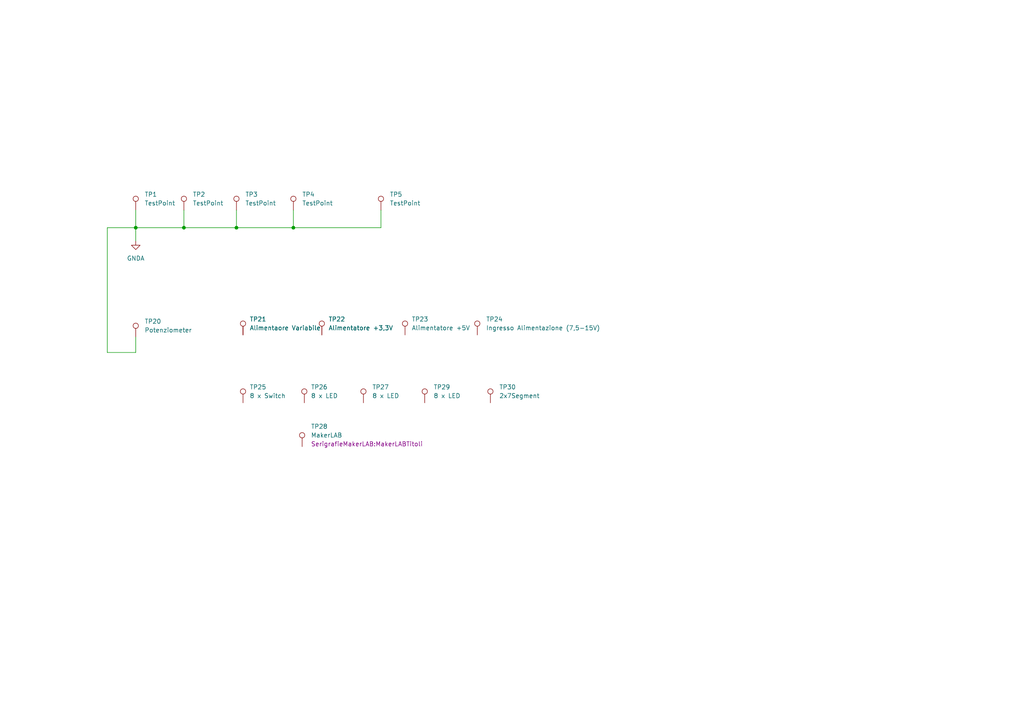
<source format=kicad_sch>
(kicad_sch (version 20211123) (generator eeschema)
  (paper "A4")
  (lib_symbols
    (symbol "Connector:TestPoint" (pin_numbers hide) (pin_names (offset 0.762) hide)
      (property "Reference" "TP" (at 0 6.858 0))
      (property "Value" "TestPoint" (at 0 5.08 0))
      (symbol "TestPoint_0_1"
        (circle (center 0 3.302) (radius 0.762))
      )
      (symbol "TestPoint_1_1"
        (pin passive line (at 0 0 90) (length 2.54) (name "1") (number "1"))
      )
    )
    (symbol "power:GNDA" (power) (pin_names (offset 0))
      (property "Value" "GNDA" (at 0 -3.81 0))
      (symbol "GNDA_0_1"
        (polyline (pts (xy 0 0) (xy 0 -1.27) (xy 1.27 -1.27) (xy 0 -2.54) (xy -1.27 -1.27) (xy 0 -1.27)))
      )
      (symbol "GNDA_1_1"
        (pin power_in line (at 0 0 270) (length 0) hide (name "GNDA") (number "1"))
      )
    )
  )
  (junction (at 68.58 66.04))
  (junction (at 85.09 66.04))
  (junction (at 53.34 66.04))
  (junction (at 39.37 66.04))
  (wire (pts (xy 68.58 66.04) (xy 85.09 66.04)))
  (wire (pts (xy 39.37 69.85) (xy 39.37 66.04)))
  (wire (pts (xy 85.09 66.04) (xy 110.49 66.04)))
  (wire (pts (xy 31.115 66.04) (xy 39.37 66.04)))
  (wire (pts (xy 68.58 60.96) (xy 68.58 66.04)))
  (wire (pts (xy 85.09 60.96) (xy 85.09 66.04)))
  (wire (pts (xy 39.37 60.96) (xy 39.37 66.04)))
  (wire (pts (xy 53.34 60.96) (xy 53.34 66.04)))
  (wire (pts (xy 110.49 66.04) (xy 110.49 60.96)))
  (wire (pts (xy 39.37 97.79) (xy 39.37 102.235)))
  (wire (pts (xy 39.37 66.04) (xy 53.34 66.04)))
  (wire (pts (xy 53.34 66.04) (xy 68.58 66.04)))
  (wire (pts (xy 31.115 102.235) (xy 31.115 66.04)))
  (wire (pts (xy 39.37 102.235) (xy 31.115 102.235)))
  (symbol (lib_id "power:GNDA") (at 39.37 69.85 0) (unit 1)
    (property "Reference" "#PWR0101" (effects hide))
    (property "Value" "GNDA" (at 39.37 74.93 0))
  )
  (symbol (lib_id "Connector:TestPoint") (at 70.485 116.84 0) (unit 1)
    (property "Reference" "TP25" (at 72.39 112.2679 0) (effects (justify left)))
    (property "Value" "8 x Switch" (at 72.39 114.8079 0) (effects (justify left)))
    (property "Footprint" "Symbol:Alimentatore Variabile" (effects hide))
  )
  (symbol (lib_id "Connector:TestPoint") (at 39.37 97.79 0) (unit 1)
    (property "Reference" "TP20" (at 41.91 93.2179 0) (effects (justify left)))
    (property "Value" "Potenziometer" (at 41.91 95.7579 0) (effects (justify left)))
    (property "Footprint" "MountingHole:MountingHole_6.5mm_Pad_Via" (effects hide))
  )
  (symbol (lib_id "Connector:TestPoint") (at 93.345 97.155 0) (unit 1)
    (property "Reference" "TP22" (at 95.25 92.5829 0) (effects (justify left)))
    (property "Value" "Alimentatore +3,3V" (at 95.25 95.1229 0) (effects (justify left)))
    (property "Footprint" "Symbol:Alimentatore Variabile" (effects hide))
  )
  (symbol (lib_id "Connector:TestPoint") (at 85.09 60.96 0) (unit 1)
    (property "Reference" "TP4" (at 87.63 56.3879 0) (effects (justify left)))
    (property "Value" "TestPoint" (at 87.63 58.9279 0) (effects (justify left)))
    (property "Footprint" "MountingHole:MountingHole_3.2mm_M3_Pad_Via" (effects hide))
  )
  (symbol (lib_id "Connector:TestPoint") (at 138.43 97.155 0) (unit 1)
    (property "Reference" "TP24" (at 140.97 92.5829 0) (effects (justify left)))
    (property "Value" "Ingresso Alimentazione (7,5-15V)" (at 140.97 95.1229 0) (effects (justify left)))
    (property "Footprint" "Symbol:Alimentatore Variabile" (effects hide))
  )
  (symbol (lib_id "Connector:TestPoint") (at 117.475 97.155 0) (unit 1)
    (property "Reference" "TP23" (at 119.38 92.5829 0) (effects (justify left)))
    (property "Value" "Alimentatore +5V" (at 119.38 95.1229 0) (effects (justify left)))
    (property "Footprint" "Symbol:Alimentatore Variabile" (effects hide))
  )
  (symbol (lib_id "Connector:TestPoint") (at 68.58 60.96 0) (unit 1)
    (property "Reference" "TP3" (at 71.12 56.3879 0) (effects (justify left)))
    (property "Value" "TestPoint" (at 71.12 58.9279 0) (effects (justify left)))
    (property "Footprint" "MountingHole:MountingHole_3.2mm_M3_Pad_Via" (effects hide))
  )
  (symbol (lib_id "Connector:TestPoint") (at 88.265 116.84 0) (unit 1)
    (property "Reference" "TP26" (at 90.17 112.2679 0) (effects (justify left)))
    (property "Value" "8 x LED" (at 90.17 114.8079 0) (effects (justify left)))
    (property "Footprint" "Symbol:Alimentatore Variabile" (effects hide))
  )
  (symbol (lib_id "Connector:TestPoint") (at 53.34 60.96 0) (unit 1)
    (property "Reference" "TP2" (at 55.88 56.3879 0) (effects (justify left)))
    (property "Value" "TestPoint" (at 55.88 58.9279 0) (effects (justify left)))
    (property "Footprint" "MountingHole:MountingHole_3.2mm_M3_Pad_Via" (effects hide))
  )
  (symbol (lib_id "Connector:TestPoint") (at 39.37 60.96 0) (unit 1)
    (property "Reference" "TP1" (at 41.91 56.3879 0) (effects (justify left)))
    (property "Value" "TestPoint" (at 41.91 58.9279 0) (effects (justify left)))
    (property "Footprint" "MountingHole:MountingHole_3.2mm_M3_Pad_Via" (effects hide))
  )
  (symbol (lib_id "Connector:TestPoint") (at 110.49 60.96 0) (unit 1)
    (property "Reference" "TP5" (at 113.03 56.3879 0) (effects (justify left)))
    (property "Value" "TestPoint" (at 113.03 58.9279 0) (effects (justify left)))
    (property "Footprint" "Breadboard:BreadBoard 81x146" (effects hide))
  )
  (symbol (lib_id "Connector:TestPoint") (at 70.485 97.155 0) (unit 1)
    (property "Reference" "TP21" (at 72.39 92.5829 0) (effects (justify left)))
    (property "Value" "Alimentaore Variabile" (at 72.39 95.1229 0) (effects (justify left)))
    (property "Footprint" "Symbol:Alimentatore Variabile" (effects hide))
  )
  (symbol (lib_id "Connector:TestPoint") (at 87.63 129.54 0) (unit 1)
    (property "Reference" "TP28" (at 90.17 123.6979 0) (effects (justify left)))
    (property "Value" "MakerLAB" (at 90.17 126.2379 0) (effects (justify left)))
    (property "Footprint" "SerigrafieMakerLAB:MakerLABTitoli" (at 90.17 128.7779 0) (effects (justify left)))
  )
  (symbol (lib_id "Connector:TestPoint") (at 142.24 116.84 0) (unit 1)
    (property "Reference" "TP30" (at 144.78 112.2679 0) (effects (justify left)))
    (property "Value" "2x7Segment" (at 144.78 114.8079 0) (effects (justify left)))
    (property "Footprint" "SerigrafieMakerLAB:Clock NE555" (effects hide))
  )
  (symbol (lib_id "Connector:TestPoint") (at 105.41 116.84 0) (unit 1)
    (property "Reference" "TP27" (at 107.95 112.2679 0) (effects (justify left)))
    (property "Value" "8 x LED" (at 107.95 114.8079 0) (effects (justify left)))
    (property "Footprint" "SerigrafieMakerLAB:Disp4x7Seg" (effects hide))
  )
  (symbol (lib_id "Connector:TestPoint") (at 123.19 116.84 0) (unit 1)
    (property "Reference" "TP29" (at 125.73 112.2679 0) (effects (justify left)))
    (property "Value" "8 x LED" (at 125.73 114.8079 0) (effects (justify left)))
    (property "Footprint" "SerigrafieMakerLAB:Clock NE555" (effects hide))
  )
)
</source>
